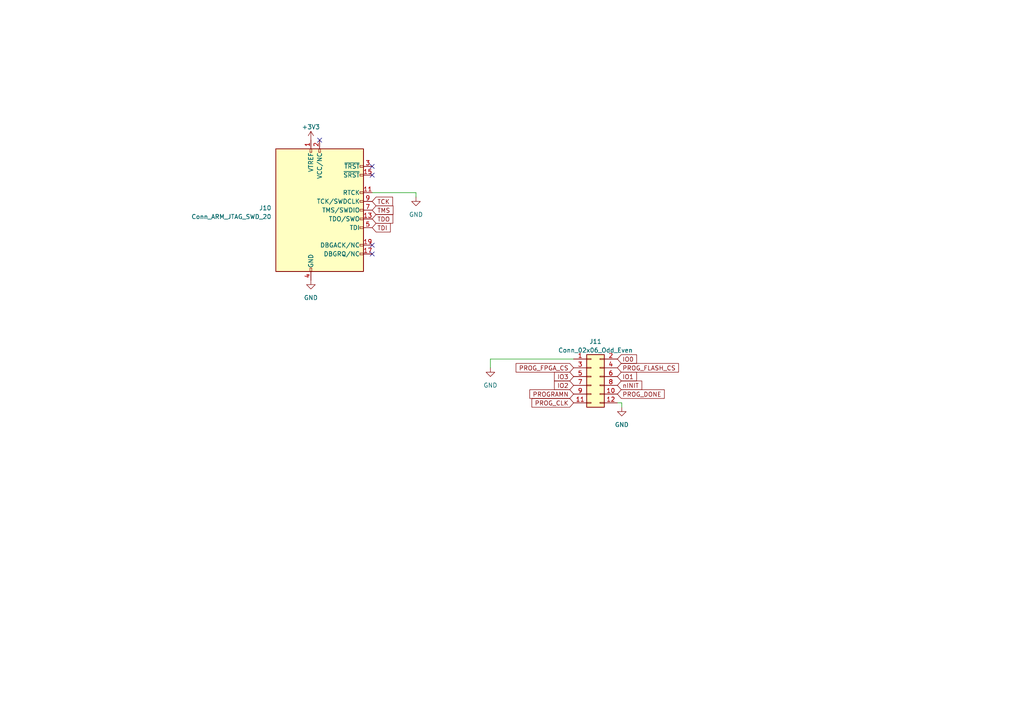
<source format=kicad_sch>
(kicad_sch (version 20230121) (generator eeschema)
  (paper "A4")
  (lib_symbols
    (symbol "Connector:Conn_ARM_JTAG_SWD_20" (pin_names (offset 1.016))
      (property "Reference" "J" (at -5.08 21.59 0))
      (property "Value" "Conn_ARM_JTAG_SWD_20" (at -5.08 19.05 0))
      (symbol "Conn_ARM_JTAG_SWD_20_0_1"
        (rectangle (start -12.7 17.78) (end 12.7 -17.78) (stroke (width 0.254)) (fill (type background)))
        (rectangle (start -2.794 -17.78) (end -2.286 -16.764))
        (rectangle (start -2.794 17.78) (end -2.286 16.764))
        (rectangle (start -0.254 17.78) (end 0.254 16.764))
        (rectangle (start 11.684 2.286) (end 12.7 2.794))
        (rectangle (start 12.7 -12.446) (end 11.684 -12.954))
        (rectangle (start 12.7 -9.906) (end 11.684 -10.414))
        (rectangle (start 12.7 -2.794) (end 11.684 -2.286))
        (rectangle (start 12.7 -0.254) (end 11.684 0.254))
        (rectangle (start 12.7 4.826) (end 11.684 5.334))
        (rectangle (start 12.7 10.414) (end 11.684 9.906))
        (rectangle (start 12.7 12.954) (end 11.684 12.446))
      )
      (symbol "Conn_ARM_JTAG_SWD_20_1_1"
        (rectangle (start 11.684 -5.334) (end 12.7 -4.826))
        (pin power_in line (at -2.54 20.32 270) (length 2.54) (name "VTREF") (number "1"))
        (pin passive line (at -2.54 -20.32 90) (length 2.54) hide (name "GND") (number "10"))
        (pin input line (at 15.24 5.08 180) (length 2.54) (name "RTCK") (number "11"))
        (pin passive line (at -2.54 -20.32 90) (length 2.54) hide (name "GND") (number "12"))
        (pin input line (at 15.24 -2.54 180) (length 2.54) (name "TDO/SWO") (number "13"))
        (pin passive line (at -2.54 -20.32 90) (length 2.54) hide (name "GND") (number "14"))
        (pin bidirectional line (at 15.24 10.16 180) (length 2.54) (name "~{SRST}") (number "15"))
        (pin passive line (at -2.54 -20.32 90) (length 2.54) hide (name "GND") (number "16"))
        (pin output line (at 15.24 -12.7 180) (length 2.54) (name "DBGRQ/NC") (number "17"))
        (pin passive line (at -2.54 -20.32 90) (length 2.54) hide (name "GND") (number "18"))
        (pin input line (at 15.24 -10.16 180) (length 2.54) (name "DBGACK/NC") (number "19"))
        (pin power_in line (at 0 20.32 270) (length 2.54) (name "VCC/NC") (number "2"))
        (pin passive line (at -2.54 -20.32 90) (length 2.54) hide (name "GND") (number "20"))
        (pin output line (at 15.24 12.7 180) (length 2.54) (name "~{TRST}") (number "3"))
        (pin power_in line (at -2.54 -20.32 90) (length 2.54) (name "GND") (number "4"))
        (pin output line (at 15.24 -5.08 180) (length 2.54) (name "TDI") (number "5"))
        (pin passive line (at -2.54 -20.32 90) (length 2.54) hide (name "GND") (number "6"))
        (pin output line (at 15.24 0 180) (length 2.54) (name "TMS/SWDIO") (number "7"))
        (pin passive line (at -2.54 -20.32 90) (length 2.54) hide (name "GND") (number "8"))
        (pin output line (at 15.24 2.54 180) (length 2.54) (name "TCK/SWDCLK") (number "9"))
      )
    )
    (symbol "Connector_Generic:Conn_02x06_Odd_Even" (pin_names (offset 1.016) hide)
      (property "Reference" "J" (at 1.27 7.62 0))
      (property "Value" "Conn_02x06_Odd_Even" (at 1.27 -10.16 0))
      (symbol "Conn_02x06_Odd_Even_1_1"
        (rectangle (start -1.27 -7.493) (end 0 -7.747) (stroke (width 0.1524)))
        (rectangle (start -1.27 -4.953) (end 0 -5.207) (stroke (width 0.1524)))
        (rectangle (start -1.27 -2.413) (end 0 -2.667) (stroke (width 0.1524)))
        (rectangle (start -1.27 0.127) (end 0 -0.127) (stroke (width 0.1524)))
        (rectangle (start -1.27 2.667) (end 0 2.413) (stroke (width 0.1524)))
        (rectangle (start -1.27 5.207) (end 0 4.953) (stroke (width 0.1524)))
        (rectangle (start -1.27 6.35) (end 3.81 -8.89) (stroke (width 0.254)) (fill (type background)))
        (rectangle (start 3.81 -7.493) (end 2.54 -7.747) (stroke (width 0.1524)))
        (rectangle (start 3.81 -4.953) (end 2.54 -5.207) (stroke (width 0.1524)))
        (rectangle (start 3.81 -2.413) (end 2.54 -2.667) (stroke (width 0.1524)))
        (rectangle (start 3.81 0.127) (end 2.54 -0.127) (stroke (width 0.1524)))
        (rectangle (start 3.81 2.667) (end 2.54 2.413) (stroke (width 0.1524)))
        (rectangle (start 3.81 5.207) (end 2.54 4.953) (stroke (width 0.1524)))
        (pin passive line (at -5.08 5.08 0) (length 3.81) (name "Pin_1") (number "1"))
        (pin passive line (at 7.62 -5.08 180) (length 3.81) (name "Pin_10") (number "10"))
        (pin passive line (at -5.08 -7.62 0) (length 3.81) (name "Pin_11") (number "11"))
        (pin passive line (at 7.62 -7.62 180) (length 3.81) (name "Pin_12") (number "12"))
        (pin passive line (at 7.62 5.08 180) (length 3.81) (name "Pin_2") (number "2"))
        (pin passive line (at -5.08 2.54 0) (length 3.81) (name "Pin_3") (number "3"))
        (pin passive line (at 7.62 2.54 180) (length 3.81) (name "Pin_4") (number "4"))
        (pin passive line (at -5.08 0 0) (length 3.81) (name "Pin_5") (number "5"))
        (pin passive line (at 7.62 0 180) (length 3.81) (name "Pin_6") (number "6"))
        (pin passive line (at -5.08 -2.54 0) (length 3.81) (name "Pin_7") (number "7"))
        (pin passive line (at 7.62 -2.54 180) (length 3.81) (name "Pin_8") (number "8"))
        (pin passive line (at -5.08 -5.08 0) (length 3.81) (name "Pin_9") (number "9"))
      )
    )
    (symbol "power:+3V3" (power) (pin_names (offset 0))
      (property "Value" "+3V3" (at 0 3.556 0))
      (symbol "+3V3_0_1"
        (polyline (pts (xy -0.762 1.27) (xy 0 2.54)))
        (polyline (pts (xy 0 0) (xy 0 2.54)))
        (polyline (pts (xy 0 2.54) (xy 0.762 1.27)))
      )
      (symbol "+3V3_1_1"
        (pin power_in line (at 0 0 90) (length 0) hide (name "+3V3") (number "1"))
      )
    )
    (symbol "power:GND" (power) (pin_names (offset 0))
      (property "Value" "GND" (at 0 -3.81 0))
      (symbol "GND_0_1"
        (polyline (pts (xy 0 0) (xy 0 -1.27) (xy 1.27 -1.27) (xy 0 -2.54) (xy -1.27 -1.27) (xy 0 -1.27)))
      )
      (symbol "GND_1_1"
        (pin power_in line (at 0 0 270) (length 0) hide (name "GND") (number "1"))
      )
    )
  )
  (no_connect (at 107.95 73.66))
  (no_connect (at 107.95 48.26))
  (no_connect (at 92.71 40.64))
  (no_connect (at 107.95 71.12))
  (no_connect (at 107.95 50.8))
  (wire (pts (xy 142.24 106.68) (xy 142.24 104.14)))
  (wire (pts (xy 107.95 55.88) (xy 120.65 55.88)))
  (wire (pts (xy 120.65 55.88) (xy 120.65 57.15)))
  (wire (pts (xy 180.34 116.84) (xy 179.07 116.84)))
  (wire (pts (xy 180.34 118.11) (xy 180.34 116.84)))
  (wire (pts (xy 142.24 104.14) (xy 166.37 104.14)))
  (global_label "PROGRAMN" (shape input) (at 166.37 114.3 180) (property "Intersheetrefs" "${INTERSHEET_REFS}" (effects hide)))
  (global_label "TDI" (shape input) (at 107.95 66.04 0) (property "Intersheetrefs" "${INTERSHEET_REFS}" (effects hide)))
  (global_label "PROG_DONE" (shape input) (at 179.07 114.3 0) (property "Intersheetrefs" "${INTERSHEET_REFS}" (effects hide)))
  (global_label "TCK" (shape input) (at 107.95 58.42 0) (property "Intersheetrefs" "${INTERSHEET_REFS}" (effects hide)))
  (global_label "PROG_FLASH_CS" (shape input) (at 179.07 106.68 0) (property "Intersheetrefs" "${INTERSHEET_REFS}" (effects hide)))
  (global_label "PROG_CLK" (shape input) (at 166.37 116.84 180) (property "Intersheetrefs" "${INTERSHEET_REFS}" (effects hide)))
  (global_label "TDO" (shape input) (at 107.95 63.5 0) (property "Intersheetrefs" "${INTERSHEET_REFS}" (effects hide)))
  (global_label "PROG_FPGA_CS" (shape input) (at 166.37 106.68 180) (property "Intersheetrefs" "${INTERSHEET_REFS}" (effects hide)))
  (global_label "TMS" (shape input) (at 107.95 60.96 0) (property "Intersheetrefs" "${INTERSHEET_REFS}" (effects hide)))
  (global_label "IO0" (shape input) (at 179.07 104.14 0) (property "Intersheetrefs" "${INTERSHEET_REFS}" (effects hide)))
  (global_label "IO1" (shape input) (at 179.07 109.22 0) (property "Intersheetrefs" "${INTERSHEET_REFS}" (effects hide)))
  (global_label "nINIT" (shape input) (at 179.07 111.76 0) (property "Intersheetrefs" "${INTERSHEET_REFS}" (effects hide)))
  (global_label "IO3" (shape input) (at 166.37 109.22 180) (property "Intersheetrefs" "${INTERSHEET_REFS}" (effects hide)))
  (global_label "IO2" (shape input) (at 166.37 111.76 180) (property "Intersheetrefs" "${INTERSHEET_REFS}" (effects hide)))
  (symbol (lib_id "power:GND") (at 142.24 106.68 0) (unit 1)
    (property "Reference" "#PWR066" (effects hide))
    (property "Value" "GND" (at 142.24 111.76 0))
  )
  (symbol (lib_id "power:GND") (at 120.65 57.15 0) (unit 1)
    (property "Reference" "#PWR063" (effects hide))
    (property "Value" "GND" (at 120.65 62.23 0))
  )
  (symbol (lib_id "Connector:Conn_ARM_JTAG_SWD_20") (at 92.71 60.96 0) (unit 1)
    (property "Reference" "J10" (at 78.74 60.325 0) (effects (justify right)))
    (property "Value" "Conn_ARM_JTAG_SWD_20" (at 78.74 62.865 0) (effects (justify right)))
    (property "Footprint" "Connector_PinHeader_2.54mm:PinHeader_2x10_P2.54mm_Vertical" (effects hide))
    (property "Datasheet" "http://infocenter.arm.com/help/topic/com.arm.doc.dui0499b/DUI0499B_system_design_reference.pdf" (effects hide))
  )
  (symbol (lib_id "power:GND") (at 180.34 118.11 0) (unit 1)
    (property "Reference" "#PWR067" (effects hide))
    (property "Value" "GND" (at 180.34 123.19 0))
  )
  (symbol (lib_id "Connector_Generic:Conn_02x06_Odd_Even") (at 171.45 109.22 0) (unit 1)
    (property "Reference" "J11" (at 172.72 99.06 0))
    (property "Value" "Conn_02x06_Odd_Even" (at 172.72 101.6 0))
    (property "Footprint" "Connector_PinHeader_2.54mm:PinHeader_2x06_P2.54mm_Vertical" (effects hide))
  )
  (symbol (lib_id "power:+3V3") (at 90.17 40.64 0) (unit 1)
    (property "Reference" "#PWR065" (effects hide))
    (property "Value" "+3V3" (at 90.17 36.83 0))
  )
  (symbol (lib_id "power:GND") (at 90.17 81.28 0) (unit 1)
    (property "Reference" "#PWR064" (effects hide))
    (property "Value" "GND" (at 90.17 86.36 0))
  )
)
</source>
